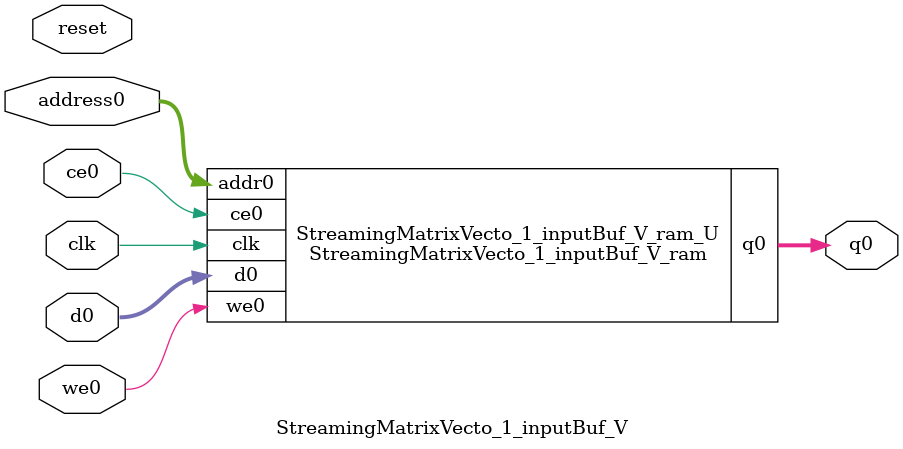
<source format=v>
`timescale 1 ns / 1 ps
module StreamingMatrixVecto_1_inputBuf_V_ram (addr0, ce0, d0, we0, q0,  clk);

parameter DWIDTH = 8;
parameter AWIDTH = 7;
parameter MEM_SIZE = 128;

input[AWIDTH-1:0] addr0;
input ce0;
input[DWIDTH-1:0] d0;
input we0;
output reg[DWIDTH-1:0] q0;
input clk;

(* ram_style = "block" *)reg [DWIDTH-1:0] ram[0:MEM_SIZE-1];




always @(posedge clk)  
begin 
    if (ce0) 
    begin
        if (we0) 
        begin 
            ram[addr0] <= d0; 
        end 
        q0 <= ram[addr0];
    end
end


endmodule

`timescale 1 ns / 1 ps
module StreamingMatrixVecto_1_inputBuf_V(
    reset,
    clk,
    address0,
    ce0,
    we0,
    d0,
    q0);

parameter DataWidth = 32'd8;
parameter AddressRange = 32'd128;
parameter AddressWidth = 32'd7;
input reset;
input clk;
input[AddressWidth - 1:0] address0;
input ce0;
input we0;
input[DataWidth - 1:0] d0;
output[DataWidth - 1:0] q0;



StreamingMatrixVecto_1_inputBuf_V_ram StreamingMatrixVecto_1_inputBuf_V_ram_U(
    .clk( clk ),
    .addr0( address0 ),
    .ce0( ce0 ),
    .we0( we0 ),
    .d0( d0 ),
    .q0( q0 ));

endmodule


</source>
